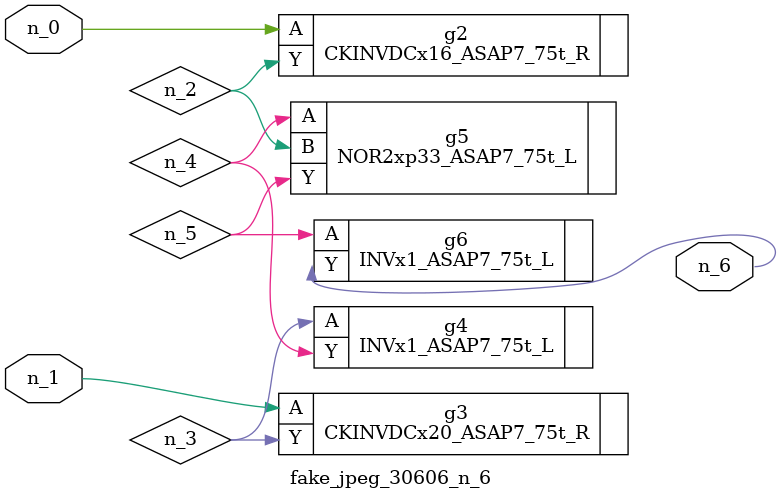
<source format=v>
module fake_jpeg_30606_n_6 (n_0, n_1, n_6);

input n_0;
input n_1;

output n_6;

wire n_2;
wire n_3;
wire n_4;
wire n_5;

CKINVDCx16_ASAP7_75t_R g2 ( 
.A(n_0),
.Y(n_2)
);

CKINVDCx20_ASAP7_75t_R g3 ( 
.A(n_1),
.Y(n_3)
);

INVx1_ASAP7_75t_L g4 ( 
.A(n_3),
.Y(n_4)
);

NOR2xp33_ASAP7_75t_L g5 ( 
.A(n_4),
.B(n_2),
.Y(n_5)
);

INVx1_ASAP7_75t_L g6 ( 
.A(n_5),
.Y(n_6)
);


endmodule
</source>
